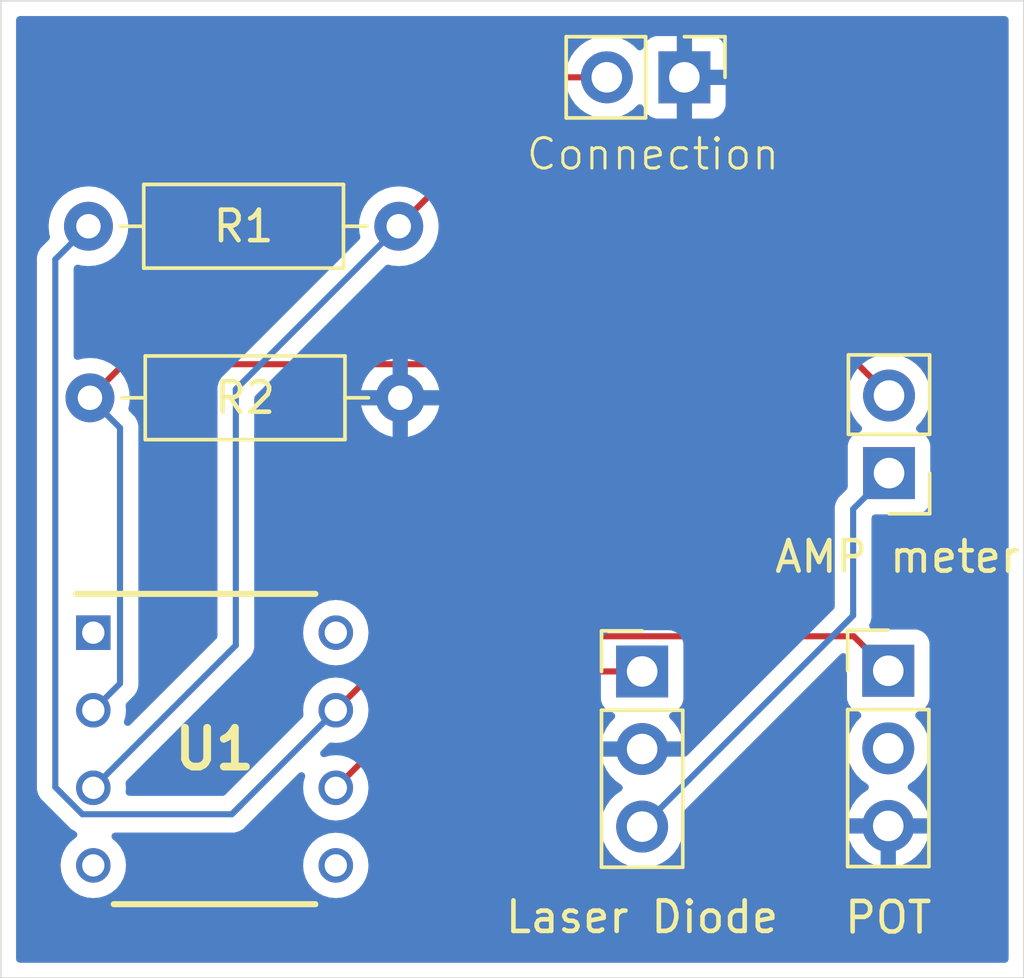
<source format=kicad_pcb>
(kicad_pcb (version 20240108) (generator "pcbnew") (generator_version "8.0")
  (layers (0 "F.Cu" signal) (31 "B.Cu" signal) (34 "B.Paste" user) (35 "F.Paste" user) (36 "B.SilkS" user "B.Silkscreen") (37 "F.SilkS" user "F.Silkscreen") (38 "B.Mask" user) (39 "F.Mask" user) (44 "Edge.Cuts" user))
  (net 0 "")
  (net 1 "Net-(J1-Pin_3)")
  (net 2 "Earth")
  (net 3 "Net-(J1-Pin_1)")
  (net 9 "Net-(J2-Pin_1)")
  (net 10 "Net-(J4-Pin_2)")
  (net 11 "Net-(J3-Pin_2)")
  (footprint "CONN_3:PinHeader_1x03_P2.54mm_Vertical" (layer "F.Cu") (at 156 84.96)
    (property "Reference" "J1" (hide yes))
    (property "Value" "Laser Diode" (at 0 8.04 0) (layer "F.SilkS"))
    (fp_line (start -1.33 -1.33) (end 0 -1.33) (stroke (width 0.12)) (layer "F.SilkS"))
    (fp_line (start -1.33 0) (end -1.33 -1.33) (stroke (width 0.12)) (layer "F.SilkS"))
    (fp_line (start -1.33 1.27) (end -1.33 6.41) (stroke (width 0.12)) (layer "F.SilkS"))
    (fp_line (start -1.33 1.27) (end 1.33 1.27) (stroke (width 0.12)) (layer "F.SilkS"))
    (fp_line (start -1.33 6.41) (end 1.33 6.41) (stroke (width 0.12)) (layer "F.SilkS"))
    (fp_line (start 1.33 1.27) (end 1.33 6.41) (stroke (width 0.12)) (layer "F.SilkS"))
    (pad "1" thru_hole rect (at 0 0) (size 1.7 1.7) (drill 1) (layers "*.Cu" "*.Mask") (net 3 "Net-(J1-Pin_1)"))
    (pad "2" thru_hole oval (at 0 2.54) (size 1.7 1.7) (drill 1) (layers "*.Cu" "*.Mask") (net 2 "Earth"))
    (pad "3" thru_hole oval (at 0 5.08) (size 1.7 1.7) (drill 1) (layers "*.Cu" "*.Mask") (net 1 "Net-(J1-Pin_3)"))
  )
  (footprint "Resistor_THT:R_Axial_DIN0207_L6.3mm_D2.5mm_P10.16mm_Horizontal" (layer "F.Cu") (at 137.8712 70.3834)
    (property "Reference" "R1" (at 5.08 0 0) (layer "F.SilkS"))
    (property "Value" "R" (hide yes))
    (fp_line (start 1.04 0) (end 1.81 0) (stroke (width 0.12)) (layer "F.SilkS"))
    (fp_line (start 1.81 -1.37) (end 1.81 1.37) (stroke (width 0.12)) (layer "F.SilkS"))
    (fp_line (start 1.81 1.37) (end 8.35 1.37) (stroke (width 0.12)) (layer "F.SilkS"))
    (fp_line (start 8.35 -1.37) (end 1.81 -1.37) (stroke (width 0.12)) (layer "F.SilkS"))
    (fp_line (start 8.35 1.37) (end 8.35 -1.37) (stroke (width 0.12)) (layer "F.SilkS"))
    (fp_line (start 9.12 0) (end 8.35 0) (stroke (width 0.12)) (layer "F.SilkS"))
    (pad "1" thru_hole circle (at 0 0) (size 1.6 1.6) (drill 0.8) (layers "*.Cu" "*.Mask") (net 9 "Net-(J2-Pin_1)"))
    (pad "2" thru_hole oval (at 10.16 0) (size 1.6 1.6) (drill 0.8) (layers "*.Cu" "*.Mask") (net 11 "Net-(J3-Pin_2)"))
  )
  (footprint "Resistor_THT:R_Axial_DIN0207_L6.3mm_D2.5mm_P10.16mm_Horizontal" (layer "F.Cu") (at 137.92 76)
    (property "Reference" "R2" (at 5.08 0 0) (layer "F.SilkS"))
    (property "Value" "R" (hide yes))
    (fp_line (start 1.04 0) (end 1.81 0) (stroke (width 0.12)) (layer "F.SilkS"))
    (fp_line (start 1.81 -1.37) (end 1.81 1.37) (stroke (width 0.12)) (layer "F.SilkS"))
    (fp_line (start 1.81 1.37) (end 8.35 1.37) (stroke (width 0.12)) (layer "F.SilkS"))
    (fp_line (start 8.35 -1.37) (end 1.81 -1.37) (stroke (width 0.12)) (layer "F.SilkS"))
    (fp_line (start 8.35 1.37) (end 8.35 -1.37) (stroke (width 0.12)) (layer "F.SilkS"))
    (fp_line (start 9.12 0) (end 8.35 0) (stroke (width 0.12)) (layer "F.SilkS"))
    (pad "1" thru_hole circle (at 0 0) (size 1.6 1.6) (drill 0.8) (layers "*.Cu" "*.Mask") (net 10 "Net-(J4-Pin_2)"))
    (pad "2" thru_hole oval (at 10.16 0) (size 1.6 1.6) (drill 0.8) (layers "*.Cu" "*.Mask") (net 2 "Earth"))
  )
  (footprint "Connector_PinHeader_2.54mm:PinHeader_1x02_P2.54mm_Vertical" (layer "F.Cu") (at 164.084 78.4656 180)
    (property "Reference" "J4" (hide yes))
    (property "Value" "AMP meter" (at -0.2794 -2.7382 0) (layer "F.SilkS"))
    (fp_line (start 1.33 1.27) (end 1.33 3.87) (stroke (width 0.12)) (layer "F.SilkS"))
    (fp_line (start -1.33 3.87) (end 1.33 3.87) (stroke (width 0.12)) (layer "F.SilkS"))
    (fp_line (start -1.33 1.27) (end 1.33 1.27) (stroke (width 0.12)) (layer "F.SilkS"))
    (fp_line (start -1.33 1.27) (end -1.33 3.87) (stroke (width 0.12)) (layer "F.SilkS"))
    (fp_line (start -1.33 0) (end -1.33 -1.33) (stroke (width 0.12)) (layer "F.SilkS"))
    (fp_line (start -1.33 -1.33) (end 0 -1.33) (stroke (width 0.12)) (layer "F.SilkS"))
    (pad "1" thru_hole rect (at 0 0 180) (size 1.7 1.7) (drill 1) (layers "*.Cu" "*.Mask") (net 1 "Net-(J1-Pin_3)"))
    (pad "2" thru_hole oval (at 0 2.54 180) (size 1.7 1.7) (drill 1) (layers "*.Cu" "*.Mask") (net 10 "Net-(J4-Pin_2)"))
  )
  (footprint "CONN_3:PinHeader_1x03_P2.54mm_Vertical" (layer "F.Cu") (at 164.0586 84.9376)
    (property "Reference" "J2" (hide yes))
    (property "Value" "POT" (at 0 8.08 0) (layer "F.SilkS"))
    (fp_line (start -1.33 -1.33) (end 0 -1.33) (stroke (width 0.12)) (layer "F.SilkS"))
    (fp_line (start -1.33 0) (end -1.33 -1.33) (stroke (width 0.12)) (layer "F.SilkS"))
    (fp_line (start -1.33 1.27) (end -1.33 6.41) (stroke (width 0.12)) (layer "F.SilkS"))
    (fp_line (start -1.33 1.27) (end 1.33 1.27) (stroke (width 0.12)) (layer "F.SilkS"))
    (fp_line (start -1.33 6.41) (end 1.33 6.41) (stroke (width 0.12)) (layer "F.SilkS"))
    (fp_line (start 1.33 1.27) (end 1.33 6.41) (stroke (width 0.12)) (layer "F.SilkS"))
    (pad "1" thru_hole rect (at 0 0) (size 1.7 1.7) (drill 1) (layers "*.Cu" "*.Mask") (net 9 "Net-(J2-Pin_1)"))
    (pad "2" thru_hole oval (at 0 2.54) (size 1.7 1.7) (drill 1) (layers "*.Cu" "*.Mask"))
    (pad "3" thru_hole oval (at 0 5.08) (size 1.7 1.7) (drill 1) (layers "*.Cu" "*.Mask") (net 2 "Earth"))
  )
  (footprint "Connector_PinHeader_2.54mm:PinHeader_1x02_P2.54mm_Vertical" (layer "F.Cu") (at 157.3834 65.5066 -90)
    (property "Reference" "J3" (hide yes))
    (property "Value" "Connection" (hide yes))
    (fp_line (start -1.33 3.87) (end 1.33 3.87) (stroke (width 0.12)) (layer "F.SilkS"))
    (fp_line (start -1.33 1.27) (end -1.33 3.87) (stroke (width 0.12)) (layer "F.SilkS"))
    (fp_line (start -1.33 1.27) (end 1.33 1.27) (stroke (width 0.12)) (layer "F.SilkS"))
    (fp_line (start 1.33 1.27) (end 1.33 3.87) (stroke (width 0.12)) (layer "F.SilkS"))
    (fp_line (start -1.33 0) (end -1.33 -1.33) (stroke (width 0.12)) (layer "F.SilkS"))
    (fp_line (start -1.33 -1.33) (end 0 -1.33) (stroke (width 0.12)) (layer "F.SilkS"))
    (pad "1" thru_hole rect (at 0 0 270) (size 1.7 1.7) (drill 1) (layers "*.Cu" "*.Mask") (net 2 "Earth"))
    (pad "2" thru_hole oval (at 0 2.54 270) (size 1.7 1.7) (drill 1) (layers "*.Cu" "*.Mask") (net 11 "Net-(J3-Pin_2)"))
  )
  (footprint "CONN_3:DIP794W53P254L959H508Q8N" (layer "F.Cu") (at 142 87.5)
    (property "Reference" "U1" (at 0 0 0) (layer "F.SilkS") (effects (font (size 1.27 1.27) (thickness 0.254))))
    (property "Value" "LF356" (hide yes))
    (fp_line (start -4.535 -5.08) (end 3.3 -5.08) (stroke (width 0.2)) (layer "F.SilkS"))
    (fp_line (start -3.3 5.08) (end 3.3 5.08) (stroke (width 0.2)) (layer "F.SilkS"))
    (pad "1" thru_hole rect (at -3.97 -3.81) (size 1.13 1.13) (drill 0.73) (layers "*.Cu" "*.Mask"))
    (pad "2" thru_hole circle (at -3.97 -1.27) (size 1.13 1.13) (drill 0.73) (layers "*.Cu" "*.Mask") (net 10 "Net-(J4-Pin_2)"))
    (pad "3" thru_hole circle (at -3.97 1.27) (size 1.13 1.13) (drill 0.73) (layers "*.Cu" "*.Mask") (net 11 "Net-(J3-Pin_2)"))
    (pad "4" thru_hole circle (at -3.97 3.81) (size 1.13 1.13) (drill 0.73) (layers "*.Cu" "*.Mask"))
    (pad "5" thru_hole circle (at 3.97 3.81) (size 1.13 1.13) (drill 0.73) (layers "*.Cu" "*.Mask"))
    (pad "6" thru_hole circle (at 3.97 1.27) (size 1.13 1.13) (drill 0.73) (layers "*.Cu" "*.Mask") (net 3 "Net-(J1-Pin_1)"))
    (pad "7" thru_hole circle (at 3.97 -1.27) (size 1.13 1.13) (drill 0.73) (layers "*.Cu" "*.Mask") (net 9 "Net-(J2-Pin_1)"))
    (pad "8" thru_hole circle (at 3.97 -3.81) (size 1.13 1.13) (drill 0.73) (layers "*.Cu" "*.Mask"))
  )
  (gr_rect (start 135 63) (end 168.5 95) (stroke (width 0.05)) (fill none) (layer "Edge.Cuts"))
  (gr_text "Connection" (at 152.146 68.6054 0) (layer "F.SilkS") (effects (font (size 1 1) (thickness 0.1)) (justify left bottom)))
  (segment (start 164.084 78.4656) (end 162.9086 79.641) (width 0.2) (layer "B.Cu") (net 1))
  (segment (start 162.9086 79.641) (end 162.9086 83.1314) (width 0.2) (layer "B.Cu") (net 1))
  (segment (start 162.9086 83.1314) (end 156 90.04) (width 0.2) (layer "B.Cu") (net 1))
  (segment (start 145.97 88.77) (end 149.78 84.96) (width 0.2) (layer "F.Cu") (net 3))
  (segment (start 149.78 84.96) (end 156 84.96) (width 0.2) (layer "F.Cu") (net 3))
  (segment (start 148.3917 83.8083) (end 162.9293 83.8083) (width 0.2) (layer "F.Cu") (net 9))
  (segment (start 145.97 86.23) (end 148.3917 83.8083) (width 0.2) (layer "F.Cu") (net 9))
  (segment (start 162.9293 83.8083) (end 164.0586 84.9376) (width 0.2) (layer "F.Cu") (net 9))
  (segment (start 136.7849 71.4697) (end 136.7849 88.748195) (width 0.2) (layer "B.Cu") (net 9))
  (segment (start 137.671705 89.635) (end 142.565 89.635) (width 0.2) (layer "B.Cu") (net 9))
  (segment (start 137.8712 70.3834) (end 136.7849 71.4697) (width 0.2) (layer "B.Cu") (net 9))
  (segment (start 142.565 89.635) (end 145.97 86.23) (width 0.2) (layer "B.Cu") (net 9))
  (segment (start 142.565 89.635) (end 142.8589 89.3411) (width 0.2) (layer "B.Cu") (net 9))
  (segment (start 136.7849 88.748195) (end 137.671705 89.635) (width 0.2) (layer "B.Cu") (net 9))
  (segment (start 162.99566 74.9) (end 163.02703 74.86863) (width 0.2) (layer "F.Cu") (net 10))
  (segment (start 139.02 74.9) (end 162.99566 74.9) (width 0.2) (layer "F.Cu") (net 10))
  (segment (start 137.92 76) (end 139.02 74.9) (width 0.2) (layer "F.Cu") (net 10))
  (segment (start 163.02703 74.86863) (end 164.084 75.9256) (width 0.2) (layer "F.Cu") (net 10))
  (segment (start 137.92 76) (end 138.9047 76.9847) (width 0.2) (layer "B.Cu") (net 10))
  (segment (start 138.9047 85.3553) (end 138.03 86.23) (width 0.2) (layer "B.Cu") (net 10))
  (segment (start 138.9047 76.9847) (end 138.9047 85.3553) (width 0.2) (layer "B.Cu") (net 10))
  (segment (start 154.8434 65.5066) (end 152.908 65.5066) (width 0.2) (layer "F.Cu") (net 11))
  (segment (start 152.908 65.5066) (end 148.0312 70.3834) (width 0.2) (layer "F.Cu") (net 11))
  (segment (start 142.6972 84.1028) (end 142.6972 75.7174) (width 0.2) (layer "B.Cu") (net 11))
  (segment (start 138.03 88.77) (end 142.6972 84.1028) (width 0.2) (layer "B.Cu") (net 11))
  (segment (start 142.6972 75.7174) (end 148.0312 70.3834) (width 0.2) (layer "B.Cu") (net 11))
  (zone (net 2) (net_name "Earth") (layer "B.Cu") (connect_pads (clearance 0.5)) (min_thickness 0.25) (fill yes (thermal_gap 0.5) (thermal_bridge_width 0.5))
    (polygon (pts (xy 135 63) (xy 168.5 63) (xy 168.5 95) (xy 135 95)))
  )
)
</source>
